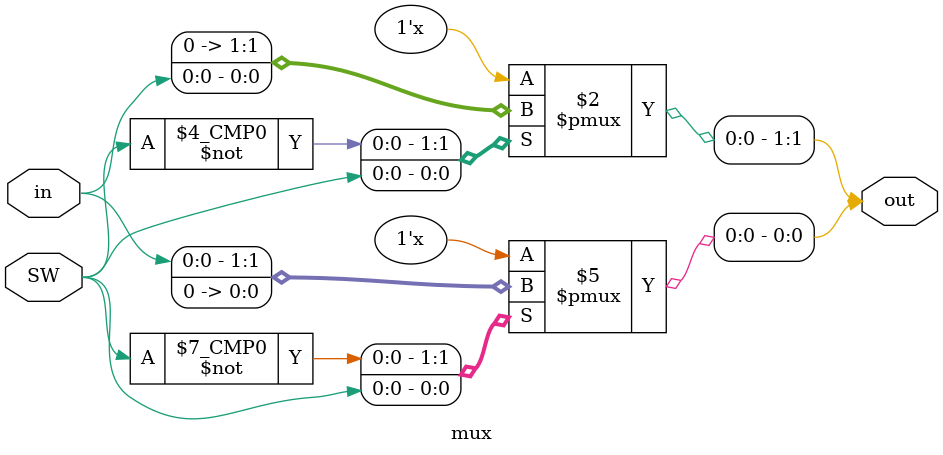
<source format=v>
`timescale 1ns / 1ps
module mux( input wire in,
				input wire SW,
				output reg [1:0] out
    );
	 
	 
	 always @(SW)
	   begin
			case(SW)
			
					1'b0: begin out[0] = in ; out[1] = 0; end
					
					1'b1: begin out[0] = 0 ; out[1] = in; end
		
					
			endcase
		end
	 

endmodule

</source>
